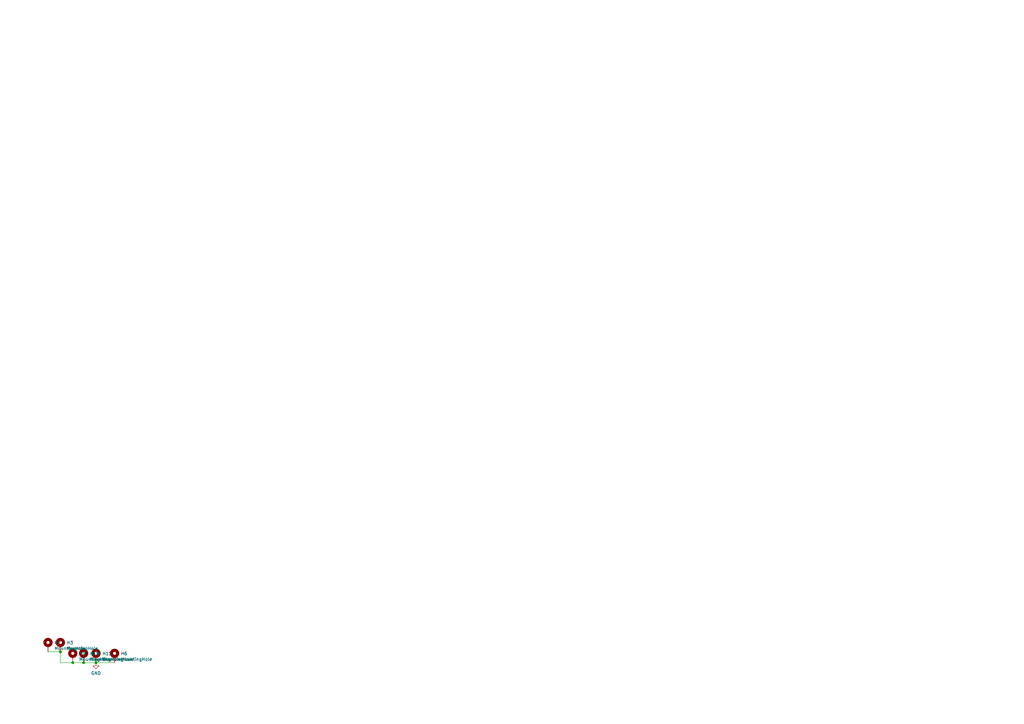
<source format=kicad_sch>
(kicad_sch (version 20210406) (generator eeschema)
  (paper "A3")
  (title_block (title "Stoutgat") (date "2020-07-26") (rev "0.2") (company "TKW"))
  (lib_symbols
    (symbol "Mechanical:MountingHole_Pad" (pin_numbers hide) (pin_names (offset 1.016) hide)
      (property "Reference" "H" (at 0 6.35 0))
      (property "Value" "MountingHole_Pad" (at 0 4.445 0))
      (symbol "MountingHole_Pad_0_1"
        (circle (center 0 1.27) (radius 1.27) (stroke (width 1.27)))
      )
      (symbol "MountingHole_Pad_1_1"
        (pin input line (at 0 -2.54 90) (length 2.54) (name "1") (number "1"))
      )
    )
    (symbol "power:GND" (power) (pin_names (offset 0))
      (property "Value" "GND" (at 0 -3.81 0))
      (symbol "GND_0_1"
        (polyline (pts (xy 0 0) (xy 0 -1.27) (xy 1.27 -1.27) (xy 0 -2.54) (xy -1.27 -1.27) (xy 0 -1.27)))
      )
      (symbol "GND_1_1"
        (pin power_in line (at 0 0 270) (length 0) hide (name "GND") (number "1"))
      )
    )
  )
  (junction (at 24.765 267.335) (diameter 1.016))
  (junction (at 29.845 271.78) (diameter 1.016))
  (junction (at 34.29 271.78) (diameter 1.016))
  (junction (at 39.37 271.78) (diameter 1.016))
  (wire (pts (xy 19.685 267.335) (xy 24.765 267.335)))
  (wire (pts (xy 24.765 267.335) (xy 24.765 271.78)))
  (wire (pts (xy 24.765 271.78) (xy 29.845 271.78)))
  (wire (pts (xy 29.845 271.78) (xy 34.29 271.78)))
  (wire (pts (xy 34.29 271.78) (xy 39.37 271.78)))
  (wire (pts (xy 39.37 271.78) (xy 46.99 271.78)))
  (symbol (lib_id "power:GND") (at 39.37 271.78 0) (unit 1)
    (property "Reference" "#PWR?" (effects hide))
    (property "Value" "GND" (at 39.37 276.1044 0))
  )
  (symbol (lib_id "Mechanical:MountingHole_Pad") (at 19.685 264.795 0) (unit 1)
    (property "Reference" "H2" (at 22.225 263.6266 0) (effects (justify left)))
    (property "Value" "MountingHole" (at 22.225 265.938 0) (effects (justify left)))
    (property "Footprint" "MountingHole:MountingHole_2.2mm_M2" (effects hide))
  )
  (symbol (lib_id "Mechanical:MountingHole_Pad") (at 24.765 264.795 0) (unit 1)
    (property "Reference" "H3" (at 27.305 263.6266 0) (effects (justify left)))
    (property "Value" "MountingHole" (at 27.305 265.938 0) (effects (justify left)))
    (property "Footprint" "MountingHole:MountingHole_2.2mm_M2" (effects hide))
  )
  (symbol (lib_id "Mechanical:MountingHole_Pad") (at 29.845 269.24 0) (unit 1)
    (property "Reference" "H9" (at 32.385 268.0716 0) (effects (justify left)))
    (property "Value" "MountingHole" (at 32.385 270.383 0) (effects (justify left)))
    (property "Footprint" "MountingHole:MountingHole_2.2mm_M2" (effects hide))
  )
  (symbol (lib_id "Mechanical:MountingHole_Pad") (at 34.29 269.24 0) (unit 1)
    (property "Reference" "H10" (at 36.83 268.0716 0) (effects (justify left)))
    (property "Value" "MountingHole" (at 36.83 270.383 0) (effects (justify left)))
    (property "Footprint" "MountingHole:MountingHole_2.2mm_M2" (effects hide))
  )
  (symbol (lib_id "Mechanical:MountingHole_Pad") (at 39.37 269.24 0) (unit 1)
    (property "Reference" "H11" (at 41.91 268.0716 0) (effects (justify left)))
    (property "Value" "MountingHole" (at 41.91 270.383 0) (effects (justify left)))
    (property "Footprint" "MountingHole:MountingHole_2.2mm_M2" (effects hide))
  )
  (symbol (lib_id "Mechanical:MountingHole_Pad") (at 46.99 269.24 0) (unit 1)
    (property "Reference" "H6" (at 49.53 268.0716 0) (effects (justify left)))
    (property "Value" "MountingHole" (at 49.53 270.383 0) (effects (justify left)))
    (property "Footprint" "MountingHole:MountingHole_2.2mm_M2" (effects hide))
  )
)
</source>
